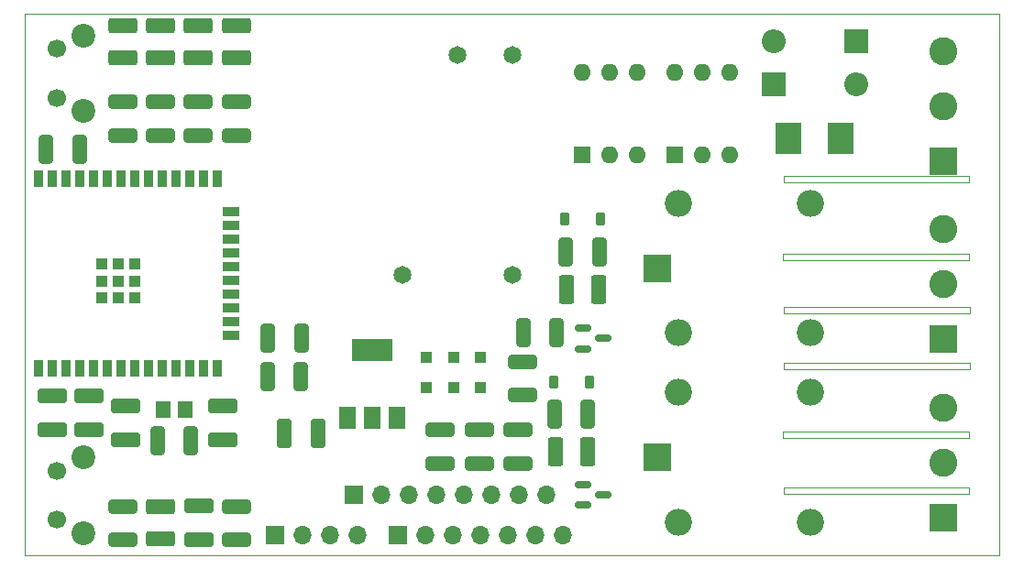
<source format=gts>
G04 #@! TF.GenerationSoftware,KiCad,Pcbnew,7.0.1*
G04 #@! TF.CreationDate,2023-06-07T16:56:56+02:00*
G04 #@! TF.ProjectId,CaptorBoard,43617074-6f72-4426-9f61-72642e6b6963,rev?*
G04 #@! TF.SameCoordinates,Original*
G04 #@! TF.FileFunction,Soldermask,Top*
G04 #@! TF.FilePolarity,Negative*
%FSLAX46Y46*%
G04 Gerber Fmt 4.6, Leading zero omitted, Abs format (unit mm)*
G04 Created by KiCad (PCBNEW 7.0.1) date 2023-06-07 16:56:56*
%MOMM*%
%LPD*%
G01*
G04 APERTURE LIST*
G04 Aperture macros list*
%AMRoundRect*
0 Rectangle with rounded corners*
0 $1 Rounding radius*
0 $2 $3 $4 $5 $6 $7 $8 $9 X,Y pos of 4 corners*
0 Add a 4 corners polygon primitive as box body*
4,1,4,$2,$3,$4,$5,$6,$7,$8,$9,$2,$3,0*
0 Add four circle primitives for the rounded corners*
1,1,$1+$1,$2,$3*
1,1,$1+$1,$4,$5*
1,1,$1+$1,$6,$7*
1,1,$1+$1,$8,$9*
0 Add four rect primitives between the rounded corners*
20,1,$1+$1,$2,$3,$4,$5,0*
20,1,$1+$1,$4,$5,$6,$7,0*
20,1,$1+$1,$6,$7,$8,$9,0*
20,1,$1+$1,$8,$9,$2,$3,0*%
G04 Aperture macros list end*
%ADD10R,0.900000X1.500000*%
%ADD11R,1.500000X0.900000*%
%ADD12R,1.050000X1.050000*%
%ADD13R,2.200000X2.200000*%
%ADD14O,2.200000X2.200000*%
%ADD15RoundRect,0.250000X1.075000X-0.400000X1.075000X0.400000X-1.075000X0.400000X-1.075000X-0.400000X0*%
%ADD16RoundRect,0.250000X-1.075000X0.400000X-1.075000X-0.400000X1.075000X-0.400000X1.075000X0.400000X0*%
%ADD17RoundRect,0.250001X1.074999X-0.462499X1.074999X0.462499X-1.074999X0.462499X-1.074999X-0.462499X0*%
%ADD18R,2.600000X2.600000*%
%ADD19C,2.600000*%
%ADD20C,2.200000*%
%ADD21C,1.700000*%
%ADD22R,1.600000X1.600000*%
%ADD23O,1.600000X1.600000*%
%ADD24RoundRect,0.250000X0.400000X1.075000X-0.400000X1.075000X-0.400000X-1.075000X0.400000X-1.075000X0*%
%ADD25R,2.400000X3.000000*%
%ADD26RoundRect,0.250000X-1.100000X0.412500X-1.100000X-0.412500X1.100000X-0.412500X1.100000X0.412500X0*%
%ADD27R,1.700000X1.700000*%
%ADD28O,1.700000X1.700000*%
%ADD29R,1.400000X1.500000*%
%ADD30RoundRect,0.250000X1.100000X-0.412500X1.100000X0.412500X-1.100000X0.412500X-1.100000X-0.412500X0*%
%ADD31RoundRect,0.250000X-0.400000X-1.075000X0.400000X-1.075000X0.400000X1.075000X-0.400000X1.075000X0*%
%ADD32RoundRect,0.150000X-0.587500X-0.150000X0.587500X-0.150000X0.587500X0.150000X-0.587500X0.150000X0*%
%ADD33R,2.500000X2.500000*%
%ADD34O,2.500000X2.500000*%
%ADD35RoundRect,0.225000X-0.225000X-0.375000X0.225000X-0.375000X0.225000X0.375000X-0.225000X0.375000X0*%
%ADD36RoundRect,0.250001X-0.462499X-1.074999X0.462499X-1.074999X0.462499X1.074999X-0.462499X1.074999X0*%
%ADD37RoundRect,0.250000X0.412500X1.100000X-0.412500X1.100000X-0.412500X-1.100000X0.412500X-1.100000X0*%
%ADD38RoundRect,0.250000X0.300000X-0.300000X0.300000X0.300000X-0.300000X0.300000X-0.300000X-0.300000X0*%
%ADD39R,1.500000X2.000000*%
%ADD40R,3.800000X2.000000*%
%ADD41C,1.650000*%
G04 #@! TA.AperFunction,Profile*
%ADD42C,0.100000*%
G04 #@! TD*
G04 APERTURE END LIST*
D10*
X96293000Y-82746000D03*
X97563000Y-82746000D03*
X98833000Y-82746000D03*
X100103000Y-82746000D03*
X101373000Y-82746000D03*
X102643000Y-82746000D03*
X103913000Y-82746000D03*
X105183000Y-82746000D03*
X106453000Y-82746000D03*
X107723000Y-82746000D03*
X108993000Y-82746000D03*
X110263000Y-82746000D03*
X111533000Y-82746000D03*
X112803000Y-82746000D03*
D11*
X114053000Y-79716000D03*
X114053000Y-78446000D03*
X114053000Y-77176000D03*
X114053000Y-75906000D03*
X114053000Y-74636000D03*
X114053000Y-73366000D03*
X114053000Y-72096000D03*
X114053000Y-70826000D03*
X114053000Y-69556000D03*
X114053000Y-68286000D03*
D10*
X112803000Y-65246000D03*
X111533000Y-65246000D03*
X110263000Y-65246000D03*
X108993000Y-65246000D03*
X107723000Y-65246000D03*
X106453000Y-65246000D03*
X105183000Y-65246000D03*
X103913000Y-65246000D03*
X102643000Y-65246000D03*
X101373000Y-65246000D03*
X100103000Y-65246000D03*
X98833000Y-65246000D03*
X97563000Y-65246000D03*
X96293000Y-65246000D03*
D12*
X102108000Y-76201000D03*
X103633000Y-76201000D03*
X105158000Y-76201000D03*
X102108000Y-74676000D03*
X103633000Y-74676000D03*
X105158000Y-74676000D03*
X102108000Y-73151000D03*
X103633000Y-73151000D03*
X105158000Y-73151000D03*
D13*
X164190000Y-56500000D03*
D14*
X171810000Y-56500000D03*
D13*
X171810000Y-52500000D03*
D14*
X164190000Y-52500000D03*
D15*
X104000000Y-98604000D03*
X104000000Y-95504000D03*
D16*
X114500000Y-58114000D03*
X114500000Y-61214000D03*
X104000000Y-58114000D03*
X104000000Y-61214000D03*
X111000000Y-58114000D03*
X111000000Y-61214000D03*
X107500000Y-58114000D03*
X107500000Y-61214000D03*
D17*
X107500000Y-98515500D03*
X107500000Y-95540500D03*
X114500000Y-54029000D03*
X114500000Y-51054000D03*
X104000000Y-54029000D03*
X104000000Y-51054000D03*
X111000000Y-54029000D03*
X111000000Y-51054000D03*
X107500000Y-54029000D03*
X107500000Y-51054000D03*
D18*
X179805000Y-63585000D03*
D19*
X179805000Y-58505000D03*
X179805000Y-53425000D03*
D20*
X100425000Y-98000000D03*
X100425000Y-91000000D03*
D21*
X97925000Y-96750000D03*
X97925000Y-92250000D03*
D20*
X100425000Y-59000000D03*
X100425000Y-52000000D03*
D21*
X97925000Y-57750000D03*
X97925000Y-53250000D03*
D22*
X154975000Y-63000000D03*
D23*
X157515000Y-63000000D03*
X160055000Y-63000000D03*
X160055000Y-55380000D03*
X157515000Y-55380000D03*
X154975000Y-55380000D03*
D22*
X146475000Y-63000000D03*
D23*
X149015000Y-63000000D03*
X151555000Y-63000000D03*
X151555000Y-55380000D03*
X149015000Y-55380000D03*
X146475000Y-55380000D03*
D24*
X120500000Y-83500000D03*
X117400000Y-83500000D03*
X120550000Y-80000000D03*
X117450000Y-80000000D03*
D25*
X165500000Y-61500000D03*
X170360000Y-61500000D03*
D26*
X100914200Y-85318600D03*
X100914200Y-88443600D03*
D27*
X118120000Y-98171000D03*
D28*
X120660000Y-98171000D03*
X123200000Y-98171000D03*
X125740000Y-98171000D03*
D15*
X114500000Y-98604000D03*
X114500000Y-95504000D03*
D29*
X109837600Y-86537800D03*
X107737600Y-86537800D03*
D27*
X125374400Y-94437200D03*
D28*
X127914400Y-94437200D03*
X130454400Y-94437200D03*
X132994400Y-94437200D03*
X135534400Y-94437200D03*
X138074400Y-94437200D03*
X140614400Y-94437200D03*
X143154400Y-94437200D03*
D16*
X133299200Y-88467000D03*
X133299200Y-91567000D03*
D30*
X111048800Y-98603600D03*
X111048800Y-95478600D03*
D31*
X143900000Y-87000000D03*
X147000000Y-87000000D03*
D32*
X146562500Y-79050000D03*
X146562500Y-80950000D03*
X148437500Y-80000000D03*
D30*
X104292400Y-89383400D03*
X104292400Y-86258400D03*
D32*
X146562500Y-93500000D03*
X146562500Y-95400000D03*
X148437500Y-94450000D03*
D33*
X153372500Y-73500000D03*
D34*
X155372500Y-79500000D03*
X167572500Y-79500000D03*
X167572500Y-67500000D03*
X155372500Y-67500000D03*
D35*
X143850000Y-84000000D03*
X147150000Y-84000000D03*
D18*
X179805000Y-96585000D03*
D19*
X179805000Y-91505000D03*
X179805000Y-86425000D03*
D36*
X145012500Y-75500000D03*
X147987500Y-75500000D03*
D16*
X136956800Y-88441600D03*
X136956800Y-91541600D03*
D24*
X100050000Y-62500000D03*
X96950000Y-62500000D03*
D27*
X129413000Y-98171000D03*
D28*
X131953000Y-98171000D03*
X134493000Y-98171000D03*
X137033000Y-98171000D03*
X139573000Y-98171000D03*
X142113000Y-98171000D03*
X144653000Y-98171000D03*
D37*
X122073200Y-88773000D03*
X118948200Y-88773000D03*
D38*
X137083800Y-84531200D03*
X137083800Y-81731200D03*
X134594600Y-84531200D03*
X134594600Y-81731200D03*
D15*
X140970000Y-85243600D03*
X140970000Y-82143600D03*
D31*
X107238200Y-89433400D03*
X110338200Y-89433400D03*
X144950000Y-72000000D03*
X148050000Y-72000000D03*
D30*
X113309400Y-89383400D03*
X113309400Y-86258400D03*
D24*
X144100000Y-79500000D03*
X141000000Y-79500000D03*
D39*
X124750800Y-87326000D03*
X127050800Y-87326000D03*
D40*
X127050800Y-81026000D03*
D39*
X129350800Y-87326000D03*
D41*
X140000000Y-53840000D03*
X134920000Y-53840000D03*
X129840000Y-74160000D03*
X140000000Y-74160000D03*
D35*
X144850000Y-69000000D03*
X148150000Y-69000000D03*
D26*
X97536000Y-85305500D03*
X97536000Y-88430500D03*
D18*
X179805000Y-80085000D03*
D19*
X179805000Y-75005000D03*
X179805000Y-69925000D03*
D16*
X140538200Y-88441600D03*
X140538200Y-91541600D03*
D33*
X153372500Y-91000000D03*
D34*
X155372500Y-97000000D03*
X167572500Y-97000000D03*
X167572500Y-85000000D03*
X155372500Y-85000000D03*
D38*
X132029200Y-84534200D03*
X132029200Y-81734200D03*
D36*
X144000000Y-90500000D03*
X146975000Y-90500000D03*
D42*
X95000000Y-50000000D02*
X185000000Y-50000000D01*
X165080300Y-77063600D02*
X182239300Y-77063600D01*
X182239300Y-77663600D01*
X165080300Y-77663600D01*
X165080300Y-77063600D01*
X95000000Y-100000000D02*
X95000000Y-50000000D01*
X185000000Y-100000000D02*
X95000000Y-100000000D01*
X165080300Y-82219800D02*
X182239300Y-82219800D01*
X182239300Y-82819800D01*
X165080300Y-82819800D01*
X165080300Y-82219800D01*
X185000000Y-50000000D02*
X185000000Y-100000000D01*
X165042200Y-72212200D02*
X182201200Y-72212200D01*
X182201200Y-72812200D01*
X165042200Y-72812200D01*
X165042200Y-72212200D01*
X165029500Y-88630200D02*
X182188500Y-88630200D01*
X182188500Y-89230200D01*
X165029500Y-89230200D01*
X165029500Y-88630200D01*
X165054900Y-93735600D02*
X182213900Y-93735600D01*
X182213900Y-94335600D01*
X165054900Y-94335600D01*
X165054900Y-93735600D01*
X165054900Y-64947800D02*
X182213900Y-64947800D01*
X182213900Y-65547800D01*
X165054900Y-65547800D01*
X165054900Y-64947800D01*
M02*

</source>
